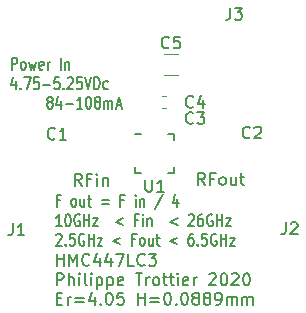
<source format=gbr>
%TF.GenerationSoftware,KiCad,Pcbnew,5.1.7*%
%TF.CreationDate,2020-12-16T02:54:48+00:00*%
%TF.ProjectId,HMC447LC3,484d4334-3437-44c4-9333-2e6b69636164,rev?*%
%TF.SameCoordinates,Original*%
%TF.FileFunction,Legend,Top*%
%TF.FilePolarity,Positive*%
%FSLAX46Y46*%
G04 Gerber Fmt 4.6, Leading zero omitted, Abs format (unit mm)*
G04 Created by KiCad (PCBNEW 5.1.7) date 2020-12-16 02:54:48*
%MOMM*%
%LPD*%
G01*
G04 APERTURE LIST*
%ADD10C,0.150000*%
%ADD11C,0.120000*%
G04 APERTURE END LIST*
D10*
X141979642Y-97453571D02*
X141712976Y-97453571D01*
X141712976Y-97977380D02*
X141712976Y-96977380D01*
X142093928Y-96977380D01*
X143122500Y-97977380D02*
X143046309Y-97929761D01*
X143008214Y-97882142D01*
X142970119Y-97786904D01*
X142970119Y-97501190D01*
X143008214Y-97405952D01*
X143046309Y-97358333D01*
X143122500Y-97310714D01*
X143236785Y-97310714D01*
X143312976Y-97358333D01*
X143351071Y-97405952D01*
X143389166Y-97501190D01*
X143389166Y-97786904D01*
X143351071Y-97882142D01*
X143312976Y-97929761D01*
X143236785Y-97977380D01*
X143122500Y-97977380D01*
X144074880Y-97310714D02*
X144074880Y-97977380D01*
X143732023Y-97310714D02*
X143732023Y-97834523D01*
X143770119Y-97929761D01*
X143846309Y-97977380D01*
X143960595Y-97977380D01*
X144036785Y-97929761D01*
X144074880Y-97882142D01*
X144341547Y-97310714D02*
X144646309Y-97310714D01*
X144455833Y-96977380D02*
X144455833Y-97834523D01*
X144493928Y-97929761D01*
X144570119Y-97977380D01*
X144646309Y-97977380D01*
X145522500Y-97453571D02*
X146132023Y-97453571D01*
X146132023Y-97739285D02*
X145522500Y-97739285D01*
X147389166Y-97453571D02*
X147122500Y-97453571D01*
X147122500Y-97977380D02*
X147122500Y-96977380D01*
X147503452Y-96977380D01*
X148417738Y-97977380D02*
X148417738Y-97310714D01*
X148417738Y-96977380D02*
X148379642Y-97025000D01*
X148417738Y-97072619D01*
X148455833Y-97025000D01*
X148417738Y-96977380D01*
X148417738Y-97072619D01*
X148798690Y-97310714D02*
X148798690Y-97977380D01*
X148798690Y-97405952D02*
X148836785Y-97358333D01*
X148912976Y-97310714D01*
X149027261Y-97310714D01*
X149103452Y-97358333D01*
X149141547Y-97453571D01*
X149141547Y-97977380D01*
X150703452Y-96929761D02*
X150017738Y-98215476D01*
X151922500Y-97310714D02*
X151922500Y-97977380D01*
X151732023Y-96929761D02*
X151541547Y-97644047D01*
X152036785Y-97644047D01*
X142132023Y-99627380D02*
X141674880Y-99627380D01*
X141903452Y-99627380D02*
X141903452Y-98627380D01*
X141827261Y-98770238D01*
X141751071Y-98865476D01*
X141674880Y-98913095D01*
X142627261Y-98627380D02*
X142703452Y-98627380D01*
X142779642Y-98675000D01*
X142817738Y-98722619D01*
X142855833Y-98817857D01*
X142893928Y-99008333D01*
X142893928Y-99246428D01*
X142855833Y-99436904D01*
X142817738Y-99532142D01*
X142779642Y-99579761D01*
X142703452Y-99627380D01*
X142627261Y-99627380D01*
X142551071Y-99579761D01*
X142512976Y-99532142D01*
X142474880Y-99436904D01*
X142436785Y-99246428D01*
X142436785Y-99008333D01*
X142474880Y-98817857D01*
X142512976Y-98722619D01*
X142551071Y-98675000D01*
X142627261Y-98627380D01*
X143655833Y-98675000D02*
X143579642Y-98627380D01*
X143465357Y-98627380D01*
X143351071Y-98675000D01*
X143274880Y-98770238D01*
X143236785Y-98865476D01*
X143198690Y-99055952D01*
X143198690Y-99198809D01*
X143236785Y-99389285D01*
X143274880Y-99484523D01*
X143351071Y-99579761D01*
X143465357Y-99627380D01*
X143541547Y-99627380D01*
X143655833Y-99579761D01*
X143693928Y-99532142D01*
X143693928Y-99198809D01*
X143541547Y-99198809D01*
X144036785Y-99627380D02*
X144036785Y-98627380D01*
X144036785Y-99103571D02*
X144493928Y-99103571D01*
X144493928Y-99627380D02*
X144493928Y-98627380D01*
X144798690Y-98960714D02*
X145217738Y-98960714D01*
X144798690Y-99627380D01*
X145217738Y-99627380D01*
X147351071Y-98960714D02*
X146741547Y-99246428D01*
X147351071Y-99532142D01*
X148608214Y-99103571D02*
X148341547Y-99103571D01*
X148341547Y-99627380D02*
X148341547Y-98627380D01*
X148722500Y-98627380D01*
X149027261Y-99627380D02*
X149027261Y-98960714D01*
X149027261Y-98627380D02*
X148989166Y-98675000D01*
X149027261Y-98722619D01*
X149065357Y-98675000D01*
X149027261Y-98627380D01*
X149027261Y-98722619D01*
X149408214Y-98960714D02*
X149408214Y-99627380D01*
X149408214Y-99055952D02*
X149446309Y-99008333D01*
X149522500Y-98960714D01*
X149636785Y-98960714D01*
X149712976Y-99008333D01*
X149751071Y-99103571D01*
X149751071Y-99627380D01*
X151960595Y-98960714D02*
X151351071Y-99246428D01*
X151960595Y-99532142D01*
X152912976Y-98722619D02*
X152951071Y-98675000D01*
X153027261Y-98627380D01*
X153217738Y-98627380D01*
X153293928Y-98675000D01*
X153332023Y-98722619D01*
X153370119Y-98817857D01*
X153370119Y-98913095D01*
X153332023Y-99055952D01*
X152874880Y-99627380D01*
X153370119Y-99627380D01*
X154055833Y-98627380D02*
X153903452Y-98627380D01*
X153827261Y-98675000D01*
X153789166Y-98722619D01*
X153712976Y-98865476D01*
X153674880Y-99055952D01*
X153674880Y-99436904D01*
X153712976Y-99532142D01*
X153751071Y-99579761D01*
X153827261Y-99627380D01*
X153979642Y-99627380D01*
X154055833Y-99579761D01*
X154093928Y-99532142D01*
X154132023Y-99436904D01*
X154132023Y-99198809D01*
X154093928Y-99103571D01*
X154055833Y-99055952D01*
X153979642Y-99008333D01*
X153827261Y-99008333D01*
X153751071Y-99055952D01*
X153712976Y-99103571D01*
X153674880Y-99198809D01*
X154893928Y-98675000D02*
X154817738Y-98627380D01*
X154703452Y-98627380D01*
X154589166Y-98675000D01*
X154512976Y-98770238D01*
X154474880Y-98865476D01*
X154436785Y-99055952D01*
X154436785Y-99198809D01*
X154474880Y-99389285D01*
X154512976Y-99484523D01*
X154589166Y-99579761D01*
X154703452Y-99627380D01*
X154779642Y-99627380D01*
X154893928Y-99579761D01*
X154932023Y-99532142D01*
X154932023Y-99198809D01*
X154779642Y-99198809D01*
X155274880Y-99627380D02*
X155274880Y-98627380D01*
X155274880Y-99103571D02*
X155732023Y-99103571D01*
X155732023Y-99627380D02*
X155732023Y-98627380D01*
X156036785Y-98960714D02*
X156455833Y-98960714D01*
X156036785Y-99627380D01*
X156455833Y-99627380D01*
X141674880Y-100372619D02*
X141712976Y-100325000D01*
X141789166Y-100277380D01*
X141979642Y-100277380D01*
X142055833Y-100325000D01*
X142093928Y-100372619D01*
X142132023Y-100467857D01*
X142132023Y-100563095D01*
X142093928Y-100705952D01*
X141636785Y-101277380D01*
X142132023Y-101277380D01*
X142474880Y-101182142D02*
X142512976Y-101229761D01*
X142474880Y-101277380D01*
X142436785Y-101229761D01*
X142474880Y-101182142D01*
X142474880Y-101277380D01*
X143236785Y-100277380D02*
X142855833Y-100277380D01*
X142817738Y-100753571D01*
X142855833Y-100705952D01*
X142932023Y-100658333D01*
X143122500Y-100658333D01*
X143198690Y-100705952D01*
X143236785Y-100753571D01*
X143274880Y-100848809D01*
X143274880Y-101086904D01*
X143236785Y-101182142D01*
X143198690Y-101229761D01*
X143122500Y-101277380D01*
X142932023Y-101277380D01*
X142855833Y-101229761D01*
X142817738Y-101182142D01*
X144036785Y-100325000D02*
X143960595Y-100277380D01*
X143846309Y-100277380D01*
X143732023Y-100325000D01*
X143655833Y-100420238D01*
X143617738Y-100515476D01*
X143579642Y-100705952D01*
X143579642Y-100848809D01*
X143617738Y-101039285D01*
X143655833Y-101134523D01*
X143732023Y-101229761D01*
X143846309Y-101277380D01*
X143922500Y-101277380D01*
X144036785Y-101229761D01*
X144074880Y-101182142D01*
X144074880Y-100848809D01*
X143922500Y-100848809D01*
X144417738Y-101277380D02*
X144417738Y-100277380D01*
X144417738Y-100753571D02*
X144874880Y-100753571D01*
X144874880Y-101277380D02*
X144874880Y-100277380D01*
X145179642Y-100610714D02*
X145598690Y-100610714D01*
X145179642Y-101277380D01*
X145598690Y-101277380D01*
X147122500Y-100610714D02*
X146512976Y-100896428D01*
X147122500Y-101182142D01*
X148379642Y-100753571D02*
X148112976Y-100753571D01*
X148112976Y-101277380D02*
X148112976Y-100277380D01*
X148493928Y-100277380D01*
X148912976Y-101277380D02*
X148836785Y-101229761D01*
X148798690Y-101182142D01*
X148760595Y-101086904D01*
X148760595Y-100801190D01*
X148798690Y-100705952D01*
X148836785Y-100658333D01*
X148912976Y-100610714D01*
X149027261Y-100610714D01*
X149103452Y-100658333D01*
X149141547Y-100705952D01*
X149179642Y-100801190D01*
X149179642Y-101086904D01*
X149141547Y-101182142D01*
X149103452Y-101229761D01*
X149027261Y-101277380D01*
X148912976Y-101277380D01*
X149865357Y-100610714D02*
X149865357Y-101277380D01*
X149522500Y-100610714D02*
X149522500Y-101134523D01*
X149560595Y-101229761D01*
X149636785Y-101277380D01*
X149751071Y-101277380D01*
X149827261Y-101229761D01*
X149865357Y-101182142D01*
X150132023Y-100610714D02*
X150436785Y-100610714D01*
X150246309Y-100277380D02*
X150246309Y-101134523D01*
X150284404Y-101229761D01*
X150360595Y-101277380D01*
X150436785Y-101277380D01*
X151922500Y-100610714D02*
X151312976Y-100896428D01*
X151922500Y-101182142D01*
X153255833Y-100277380D02*
X153103452Y-100277380D01*
X153027261Y-100325000D01*
X152989166Y-100372619D01*
X152912976Y-100515476D01*
X152874880Y-100705952D01*
X152874880Y-101086904D01*
X152912976Y-101182142D01*
X152951071Y-101229761D01*
X153027261Y-101277380D01*
X153179642Y-101277380D01*
X153255833Y-101229761D01*
X153293928Y-101182142D01*
X153332023Y-101086904D01*
X153332023Y-100848809D01*
X153293928Y-100753571D01*
X153255833Y-100705952D01*
X153179642Y-100658333D01*
X153027261Y-100658333D01*
X152951071Y-100705952D01*
X152912976Y-100753571D01*
X152874880Y-100848809D01*
X153674880Y-101182142D02*
X153712976Y-101229761D01*
X153674880Y-101277380D01*
X153636785Y-101229761D01*
X153674880Y-101182142D01*
X153674880Y-101277380D01*
X154436785Y-100277380D02*
X154055833Y-100277380D01*
X154017738Y-100753571D01*
X154055833Y-100705952D01*
X154132023Y-100658333D01*
X154322500Y-100658333D01*
X154398690Y-100705952D01*
X154436785Y-100753571D01*
X154474880Y-100848809D01*
X154474880Y-101086904D01*
X154436785Y-101182142D01*
X154398690Y-101229761D01*
X154322500Y-101277380D01*
X154132023Y-101277380D01*
X154055833Y-101229761D01*
X154017738Y-101182142D01*
X155236785Y-100325000D02*
X155160595Y-100277380D01*
X155046309Y-100277380D01*
X154932023Y-100325000D01*
X154855833Y-100420238D01*
X154817738Y-100515476D01*
X154779642Y-100705952D01*
X154779642Y-100848809D01*
X154817738Y-101039285D01*
X154855833Y-101134523D01*
X154932023Y-101229761D01*
X155046309Y-101277380D01*
X155122500Y-101277380D01*
X155236785Y-101229761D01*
X155274880Y-101182142D01*
X155274880Y-100848809D01*
X155122500Y-100848809D01*
X155617738Y-101277380D02*
X155617738Y-100277380D01*
X155617738Y-100753571D02*
X156074880Y-100753571D01*
X156074880Y-101277380D02*
X156074880Y-100277380D01*
X156379642Y-100610714D02*
X156798690Y-100610714D01*
X156379642Y-101277380D01*
X156798690Y-101277380D01*
X137912976Y-86377380D02*
X137912976Y-85377380D01*
X138217738Y-85377380D01*
X138293928Y-85425000D01*
X138332023Y-85472619D01*
X138370119Y-85567857D01*
X138370119Y-85710714D01*
X138332023Y-85805952D01*
X138293928Y-85853571D01*
X138217738Y-85901190D01*
X137912976Y-85901190D01*
X138827261Y-86377380D02*
X138751071Y-86329761D01*
X138712976Y-86282142D01*
X138674880Y-86186904D01*
X138674880Y-85901190D01*
X138712976Y-85805952D01*
X138751071Y-85758333D01*
X138827261Y-85710714D01*
X138941547Y-85710714D01*
X139017738Y-85758333D01*
X139055833Y-85805952D01*
X139093928Y-85901190D01*
X139093928Y-86186904D01*
X139055833Y-86282142D01*
X139017738Y-86329761D01*
X138941547Y-86377380D01*
X138827261Y-86377380D01*
X139360595Y-85710714D02*
X139512976Y-86377380D01*
X139665357Y-85901190D01*
X139817738Y-86377380D01*
X139970119Y-85710714D01*
X140579642Y-86329761D02*
X140503452Y-86377380D01*
X140351071Y-86377380D01*
X140274880Y-86329761D01*
X140236785Y-86234523D01*
X140236785Y-85853571D01*
X140274880Y-85758333D01*
X140351071Y-85710714D01*
X140503452Y-85710714D01*
X140579642Y-85758333D01*
X140617738Y-85853571D01*
X140617738Y-85948809D01*
X140236785Y-86044047D01*
X140960595Y-86377380D02*
X140960595Y-85710714D01*
X140960595Y-85901190D02*
X140998690Y-85805952D01*
X141036785Y-85758333D01*
X141112976Y-85710714D01*
X141189166Y-85710714D01*
X142065357Y-86377380D02*
X142065357Y-85377380D01*
X142446309Y-85710714D02*
X142446309Y-86377380D01*
X142446309Y-85805952D02*
X142484404Y-85758333D01*
X142560595Y-85710714D01*
X142674880Y-85710714D01*
X142751071Y-85758333D01*
X142789166Y-85853571D01*
X142789166Y-86377380D01*
X138255833Y-87360714D02*
X138255833Y-88027380D01*
X138065357Y-86979761D02*
X137874880Y-87694047D01*
X138370119Y-87694047D01*
X138674880Y-87932142D02*
X138712976Y-87979761D01*
X138674880Y-88027380D01*
X138636785Y-87979761D01*
X138674880Y-87932142D01*
X138674880Y-88027380D01*
X138979642Y-87027380D02*
X139512976Y-87027380D01*
X139170119Y-88027380D01*
X140198690Y-87027380D02*
X139817738Y-87027380D01*
X139779642Y-87503571D01*
X139817738Y-87455952D01*
X139893928Y-87408333D01*
X140084404Y-87408333D01*
X140160595Y-87455952D01*
X140198690Y-87503571D01*
X140236785Y-87598809D01*
X140236785Y-87836904D01*
X140198690Y-87932142D01*
X140160595Y-87979761D01*
X140084404Y-88027380D01*
X139893928Y-88027380D01*
X139817738Y-87979761D01*
X139779642Y-87932142D01*
X140579642Y-87646428D02*
X141189166Y-87646428D01*
X141951071Y-87027380D02*
X141570119Y-87027380D01*
X141532023Y-87503571D01*
X141570119Y-87455952D01*
X141646309Y-87408333D01*
X141836785Y-87408333D01*
X141912976Y-87455952D01*
X141951071Y-87503571D01*
X141989166Y-87598809D01*
X141989166Y-87836904D01*
X141951071Y-87932142D01*
X141912976Y-87979761D01*
X141836785Y-88027380D01*
X141646309Y-88027380D01*
X141570119Y-87979761D01*
X141532023Y-87932142D01*
X142332023Y-87932142D02*
X142370119Y-87979761D01*
X142332023Y-88027380D01*
X142293928Y-87979761D01*
X142332023Y-87932142D01*
X142332023Y-88027380D01*
X142674880Y-87122619D02*
X142712976Y-87075000D01*
X142789166Y-87027380D01*
X142979642Y-87027380D01*
X143055833Y-87075000D01*
X143093928Y-87122619D01*
X143132023Y-87217857D01*
X143132023Y-87313095D01*
X143093928Y-87455952D01*
X142636785Y-88027380D01*
X143132023Y-88027380D01*
X143855833Y-87027380D02*
X143474880Y-87027380D01*
X143436785Y-87503571D01*
X143474880Y-87455952D01*
X143551071Y-87408333D01*
X143741547Y-87408333D01*
X143817738Y-87455952D01*
X143855833Y-87503571D01*
X143893928Y-87598809D01*
X143893928Y-87836904D01*
X143855833Y-87932142D01*
X143817738Y-87979761D01*
X143741547Y-88027380D01*
X143551071Y-88027380D01*
X143474880Y-87979761D01*
X143436785Y-87932142D01*
X144122500Y-87027380D02*
X144389166Y-88027380D01*
X144655833Y-87027380D01*
X144922500Y-88027380D02*
X144922500Y-87027380D01*
X145112976Y-87027380D01*
X145227261Y-87075000D01*
X145303452Y-87170238D01*
X145341547Y-87265476D01*
X145379642Y-87455952D01*
X145379642Y-87598809D01*
X145341547Y-87789285D01*
X145303452Y-87884523D01*
X145227261Y-87979761D01*
X145112976Y-88027380D01*
X144922500Y-88027380D01*
X146065357Y-87979761D02*
X145989166Y-88027380D01*
X145836785Y-88027380D01*
X145760595Y-87979761D01*
X145722500Y-87932142D01*
X145684404Y-87836904D01*
X145684404Y-87551190D01*
X145722500Y-87455952D01*
X145760595Y-87408333D01*
X145836785Y-87360714D01*
X145989166Y-87360714D01*
X146065357Y-87408333D01*
X141074880Y-89105952D02*
X140998690Y-89058333D01*
X140960595Y-89010714D01*
X140922500Y-88915476D01*
X140922500Y-88867857D01*
X140960595Y-88772619D01*
X140998690Y-88725000D01*
X141074880Y-88677380D01*
X141227261Y-88677380D01*
X141303452Y-88725000D01*
X141341547Y-88772619D01*
X141379642Y-88867857D01*
X141379642Y-88915476D01*
X141341547Y-89010714D01*
X141303452Y-89058333D01*
X141227261Y-89105952D01*
X141074880Y-89105952D01*
X140998690Y-89153571D01*
X140960595Y-89201190D01*
X140922500Y-89296428D01*
X140922500Y-89486904D01*
X140960595Y-89582142D01*
X140998690Y-89629761D01*
X141074880Y-89677380D01*
X141227261Y-89677380D01*
X141303452Y-89629761D01*
X141341547Y-89582142D01*
X141379642Y-89486904D01*
X141379642Y-89296428D01*
X141341547Y-89201190D01*
X141303452Y-89153571D01*
X141227261Y-89105952D01*
X142065357Y-89010714D02*
X142065357Y-89677380D01*
X141874880Y-88629761D02*
X141684404Y-89344047D01*
X142179642Y-89344047D01*
X142484404Y-89296428D02*
X143093928Y-89296428D01*
X143893928Y-89677380D02*
X143436785Y-89677380D01*
X143665357Y-89677380D02*
X143665357Y-88677380D01*
X143589166Y-88820238D01*
X143512976Y-88915476D01*
X143436785Y-88963095D01*
X144389166Y-88677380D02*
X144465357Y-88677380D01*
X144541547Y-88725000D01*
X144579642Y-88772619D01*
X144617738Y-88867857D01*
X144655833Y-89058333D01*
X144655833Y-89296428D01*
X144617738Y-89486904D01*
X144579642Y-89582142D01*
X144541547Y-89629761D01*
X144465357Y-89677380D01*
X144389166Y-89677380D01*
X144312976Y-89629761D01*
X144274880Y-89582142D01*
X144236785Y-89486904D01*
X144198690Y-89296428D01*
X144198690Y-89058333D01*
X144236785Y-88867857D01*
X144274880Y-88772619D01*
X144312976Y-88725000D01*
X144389166Y-88677380D01*
X145112976Y-89105952D02*
X145036785Y-89058333D01*
X144998690Y-89010714D01*
X144960595Y-88915476D01*
X144960595Y-88867857D01*
X144998690Y-88772619D01*
X145036785Y-88725000D01*
X145112976Y-88677380D01*
X145265357Y-88677380D01*
X145341547Y-88725000D01*
X145379642Y-88772619D01*
X145417738Y-88867857D01*
X145417738Y-88915476D01*
X145379642Y-89010714D01*
X145341547Y-89058333D01*
X145265357Y-89105952D01*
X145112976Y-89105952D01*
X145036785Y-89153571D01*
X144998690Y-89201190D01*
X144960595Y-89296428D01*
X144960595Y-89486904D01*
X144998690Y-89582142D01*
X145036785Y-89629761D01*
X145112976Y-89677380D01*
X145265357Y-89677380D01*
X145341547Y-89629761D01*
X145379642Y-89582142D01*
X145417738Y-89486904D01*
X145417738Y-89296428D01*
X145379642Y-89201190D01*
X145341547Y-89153571D01*
X145265357Y-89105952D01*
X145760595Y-89677380D02*
X145760595Y-89010714D01*
X145760595Y-89105952D02*
X145798690Y-89058333D01*
X145874880Y-89010714D01*
X145989166Y-89010714D01*
X146065357Y-89058333D01*
X146103452Y-89153571D01*
X146103452Y-89677380D01*
X146103452Y-89153571D02*
X146141547Y-89058333D01*
X146217738Y-89010714D01*
X146332023Y-89010714D01*
X146408214Y-89058333D01*
X146446309Y-89153571D01*
X146446309Y-89677380D01*
X146789166Y-89391666D02*
X147170119Y-89391666D01*
X146712976Y-89677380D02*
X146979642Y-88677380D01*
X147246309Y-89677380D01*
X154265476Y-96152380D02*
X153932142Y-95676190D01*
X153694047Y-96152380D02*
X153694047Y-95152380D01*
X154075000Y-95152380D01*
X154170238Y-95200000D01*
X154217857Y-95247619D01*
X154265476Y-95342857D01*
X154265476Y-95485714D01*
X154217857Y-95580952D01*
X154170238Y-95628571D01*
X154075000Y-95676190D01*
X153694047Y-95676190D01*
X155027380Y-95628571D02*
X154694047Y-95628571D01*
X154694047Y-96152380D02*
X154694047Y-95152380D01*
X155170238Y-95152380D01*
X155694047Y-96152380D02*
X155598809Y-96104761D01*
X155551190Y-96057142D01*
X155503571Y-95961904D01*
X155503571Y-95676190D01*
X155551190Y-95580952D01*
X155598809Y-95533333D01*
X155694047Y-95485714D01*
X155836904Y-95485714D01*
X155932142Y-95533333D01*
X155979761Y-95580952D01*
X156027380Y-95676190D01*
X156027380Y-95961904D01*
X155979761Y-96057142D01*
X155932142Y-96104761D01*
X155836904Y-96152380D01*
X155694047Y-96152380D01*
X156884523Y-95485714D02*
X156884523Y-96152380D01*
X156455952Y-95485714D02*
X156455952Y-96009523D01*
X156503571Y-96104761D01*
X156598809Y-96152380D01*
X156741666Y-96152380D01*
X156836904Y-96104761D01*
X156884523Y-96057142D01*
X157217857Y-95485714D02*
X157598809Y-95485714D01*
X157360714Y-95152380D02*
X157360714Y-96009523D01*
X157408333Y-96104761D01*
X157503571Y-96152380D01*
X157598809Y-96152380D01*
X143840476Y-96202380D02*
X143507142Y-95726190D01*
X143269047Y-96202380D02*
X143269047Y-95202380D01*
X143650000Y-95202380D01*
X143745238Y-95250000D01*
X143792857Y-95297619D01*
X143840476Y-95392857D01*
X143840476Y-95535714D01*
X143792857Y-95630952D01*
X143745238Y-95678571D01*
X143650000Y-95726190D01*
X143269047Y-95726190D01*
X144602380Y-95678571D02*
X144269047Y-95678571D01*
X144269047Y-96202380D02*
X144269047Y-95202380D01*
X144745238Y-95202380D01*
X145126190Y-96202380D02*
X145126190Y-95535714D01*
X145126190Y-95202380D02*
X145078571Y-95250000D01*
X145126190Y-95297619D01*
X145173809Y-95250000D01*
X145126190Y-95202380D01*
X145126190Y-95297619D01*
X145602380Y-95535714D02*
X145602380Y-96202380D01*
X145602380Y-95630952D02*
X145650000Y-95583333D01*
X145745238Y-95535714D01*
X145888095Y-95535714D01*
X145983333Y-95583333D01*
X146030952Y-95678571D01*
X146030952Y-96202380D01*
X141735595Y-102977380D02*
X141735595Y-101977380D01*
X141735595Y-102453571D02*
X142307023Y-102453571D01*
X142307023Y-102977380D02*
X142307023Y-101977380D01*
X142783214Y-102977380D02*
X142783214Y-101977380D01*
X143116547Y-102691666D01*
X143449880Y-101977380D01*
X143449880Y-102977380D01*
X144497500Y-102882142D02*
X144449880Y-102929761D01*
X144307023Y-102977380D01*
X144211785Y-102977380D01*
X144068928Y-102929761D01*
X143973690Y-102834523D01*
X143926071Y-102739285D01*
X143878452Y-102548809D01*
X143878452Y-102405952D01*
X143926071Y-102215476D01*
X143973690Y-102120238D01*
X144068928Y-102025000D01*
X144211785Y-101977380D01*
X144307023Y-101977380D01*
X144449880Y-102025000D01*
X144497500Y-102072619D01*
X145354642Y-102310714D02*
X145354642Y-102977380D01*
X145116547Y-101929761D02*
X144878452Y-102644047D01*
X145497500Y-102644047D01*
X146307023Y-102310714D02*
X146307023Y-102977380D01*
X146068928Y-101929761D02*
X145830833Y-102644047D01*
X146449880Y-102644047D01*
X146735595Y-101977380D02*
X147402261Y-101977380D01*
X146973690Y-102977380D01*
X148259404Y-102977380D02*
X147783214Y-102977380D01*
X147783214Y-101977380D01*
X149164166Y-102882142D02*
X149116547Y-102929761D01*
X148973690Y-102977380D01*
X148878452Y-102977380D01*
X148735595Y-102929761D01*
X148640357Y-102834523D01*
X148592738Y-102739285D01*
X148545119Y-102548809D01*
X148545119Y-102405952D01*
X148592738Y-102215476D01*
X148640357Y-102120238D01*
X148735595Y-102025000D01*
X148878452Y-101977380D01*
X148973690Y-101977380D01*
X149116547Y-102025000D01*
X149164166Y-102072619D01*
X149497500Y-101977380D02*
X150116547Y-101977380D01*
X149783214Y-102358333D01*
X149926071Y-102358333D01*
X150021309Y-102405952D01*
X150068928Y-102453571D01*
X150116547Y-102548809D01*
X150116547Y-102786904D01*
X150068928Y-102882142D01*
X150021309Y-102929761D01*
X149926071Y-102977380D01*
X149640357Y-102977380D01*
X149545119Y-102929761D01*
X149497500Y-102882142D01*
X141735595Y-104627380D02*
X141735595Y-103627380D01*
X142116547Y-103627380D01*
X142211785Y-103675000D01*
X142259404Y-103722619D01*
X142307023Y-103817857D01*
X142307023Y-103960714D01*
X142259404Y-104055952D01*
X142211785Y-104103571D01*
X142116547Y-104151190D01*
X141735595Y-104151190D01*
X142735595Y-104627380D02*
X142735595Y-103627380D01*
X143164166Y-104627380D02*
X143164166Y-104103571D01*
X143116547Y-104008333D01*
X143021309Y-103960714D01*
X142878452Y-103960714D01*
X142783214Y-104008333D01*
X142735595Y-104055952D01*
X143640357Y-104627380D02*
X143640357Y-103960714D01*
X143640357Y-103627380D02*
X143592738Y-103675000D01*
X143640357Y-103722619D01*
X143687976Y-103675000D01*
X143640357Y-103627380D01*
X143640357Y-103722619D01*
X144259404Y-104627380D02*
X144164166Y-104579761D01*
X144116547Y-104484523D01*
X144116547Y-103627380D01*
X144640357Y-104627380D02*
X144640357Y-103960714D01*
X144640357Y-103627380D02*
X144592738Y-103675000D01*
X144640357Y-103722619D01*
X144687976Y-103675000D01*
X144640357Y-103627380D01*
X144640357Y-103722619D01*
X145116547Y-103960714D02*
X145116547Y-104960714D01*
X145116547Y-104008333D02*
X145211785Y-103960714D01*
X145402261Y-103960714D01*
X145497500Y-104008333D01*
X145545119Y-104055952D01*
X145592738Y-104151190D01*
X145592738Y-104436904D01*
X145545119Y-104532142D01*
X145497500Y-104579761D01*
X145402261Y-104627380D01*
X145211785Y-104627380D01*
X145116547Y-104579761D01*
X146021309Y-103960714D02*
X146021309Y-104960714D01*
X146021309Y-104008333D02*
X146116547Y-103960714D01*
X146307023Y-103960714D01*
X146402261Y-104008333D01*
X146449880Y-104055952D01*
X146497500Y-104151190D01*
X146497500Y-104436904D01*
X146449880Y-104532142D01*
X146402261Y-104579761D01*
X146307023Y-104627380D01*
X146116547Y-104627380D01*
X146021309Y-104579761D01*
X147307023Y-104579761D02*
X147211785Y-104627380D01*
X147021309Y-104627380D01*
X146926071Y-104579761D01*
X146878452Y-104484523D01*
X146878452Y-104103571D01*
X146926071Y-104008333D01*
X147021309Y-103960714D01*
X147211785Y-103960714D01*
X147307023Y-104008333D01*
X147354642Y-104103571D01*
X147354642Y-104198809D01*
X146878452Y-104294047D01*
X148402261Y-103627380D02*
X148973690Y-103627380D01*
X148687976Y-104627380D02*
X148687976Y-103627380D01*
X149307023Y-104627380D02*
X149307023Y-103960714D01*
X149307023Y-104151190D02*
X149354642Y-104055952D01*
X149402261Y-104008333D01*
X149497500Y-103960714D01*
X149592738Y-103960714D01*
X150068928Y-104627380D02*
X149973690Y-104579761D01*
X149926071Y-104532142D01*
X149878452Y-104436904D01*
X149878452Y-104151190D01*
X149926071Y-104055952D01*
X149973690Y-104008333D01*
X150068928Y-103960714D01*
X150211785Y-103960714D01*
X150307023Y-104008333D01*
X150354642Y-104055952D01*
X150402261Y-104151190D01*
X150402261Y-104436904D01*
X150354642Y-104532142D01*
X150307023Y-104579761D01*
X150211785Y-104627380D01*
X150068928Y-104627380D01*
X150687976Y-103960714D02*
X151068928Y-103960714D01*
X150830833Y-103627380D02*
X150830833Y-104484523D01*
X150878452Y-104579761D01*
X150973690Y-104627380D01*
X151068928Y-104627380D01*
X151259404Y-103960714D02*
X151640357Y-103960714D01*
X151402261Y-103627380D02*
X151402261Y-104484523D01*
X151449880Y-104579761D01*
X151545119Y-104627380D01*
X151640357Y-104627380D01*
X151973690Y-104627380D02*
X151973690Y-103960714D01*
X151973690Y-103627380D02*
X151926071Y-103675000D01*
X151973690Y-103722619D01*
X152021309Y-103675000D01*
X151973690Y-103627380D01*
X151973690Y-103722619D01*
X152830833Y-104579761D02*
X152735595Y-104627380D01*
X152545119Y-104627380D01*
X152449880Y-104579761D01*
X152402261Y-104484523D01*
X152402261Y-104103571D01*
X152449880Y-104008333D01*
X152545119Y-103960714D01*
X152735595Y-103960714D01*
X152830833Y-104008333D01*
X152878452Y-104103571D01*
X152878452Y-104198809D01*
X152402261Y-104294047D01*
X153307023Y-104627380D02*
X153307023Y-103960714D01*
X153307023Y-104151190D02*
X153354642Y-104055952D01*
X153402261Y-104008333D01*
X153497500Y-103960714D01*
X153592738Y-103960714D01*
X154640357Y-103722619D02*
X154687976Y-103675000D01*
X154783214Y-103627380D01*
X155021309Y-103627380D01*
X155116547Y-103675000D01*
X155164166Y-103722619D01*
X155211785Y-103817857D01*
X155211785Y-103913095D01*
X155164166Y-104055952D01*
X154592738Y-104627380D01*
X155211785Y-104627380D01*
X155830833Y-103627380D02*
X155926071Y-103627380D01*
X156021309Y-103675000D01*
X156068928Y-103722619D01*
X156116547Y-103817857D01*
X156164166Y-104008333D01*
X156164166Y-104246428D01*
X156116547Y-104436904D01*
X156068928Y-104532142D01*
X156021309Y-104579761D01*
X155926071Y-104627380D01*
X155830833Y-104627380D01*
X155735595Y-104579761D01*
X155687976Y-104532142D01*
X155640357Y-104436904D01*
X155592738Y-104246428D01*
X155592738Y-104008333D01*
X155640357Y-103817857D01*
X155687976Y-103722619D01*
X155735595Y-103675000D01*
X155830833Y-103627380D01*
X156545119Y-103722619D02*
X156592738Y-103675000D01*
X156687976Y-103627380D01*
X156926071Y-103627380D01*
X157021309Y-103675000D01*
X157068928Y-103722619D01*
X157116547Y-103817857D01*
X157116547Y-103913095D01*
X157068928Y-104055952D01*
X156497500Y-104627380D01*
X157116547Y-104627380D01*
X157735595Y-103627380D02*
X157830833Y-103627380D01*
X157926071Y-103675000D01*
X157973690Y-103722619D01*
X158021309Y-103817857D01*
X158068928Y-104008333D01*
X158068928Y-104246428D01*
X158021309Y-104436904D01*
X157973690Y-104532142D01*
X157926071Y-104579761D01*
X157830833Y-104627380D01*
X157735595Y-104627380D01*
X157640357Y-104579761D01*
X157592738Y-104532142D01*
X157545119Y-104436904D01*
X157497500Y-104246428D01*
X157497500Y-104008333D01*
X157545119Y-103817857D01*
X157592738Y-103722619D01*
X157640357Y-103675000D01*
X157735595Y-103627380D01*
X141735595Y-105753571D02*
X142068928Y-105753571D01*
X142211785Y-106277380D02*
X141735595Y-106277380D01*
X141735595Y-105277380D01*
X142211785Y-105277380D01*
X142640357Y-106277380D02*
X142640357Y-105610714D01*
X142640357Y-105801190D02*
X142687976Y-105705952D01*
X142735595Y-105658333D01*
X142830833Y-105610714D01*
X142926071Y-105610714D01*
X143259404Y-105753571D02*
X144021309Y-105753571D01*
X144021309Y-106039285D02*
X143259404Y-106039285D01*
X144926071Y-105610714D02*
X144926071Y-106277380D01*
X144687976Y-105229761D02*
X144449880Y-105944047D01*
X145068928Y-105944047D01*
X145449880Y-106182142D02*
X145497500Y-106229761D01*
X145449880Y-106277380D01*
X145402261Y-106229761D01*
X145449880Y-106182142D01*
X145449880Y-106277380D01*
X146116547Y-105277380D02*
X146211785Y-105277380D01*
X146307023Y-105325000D01*
X146354642Y-105372619D01*
X146402261Y-105467857D01*
X146449880Y-105658333D01*
X146449880Y-105896428D01*
X146402261Y-106086904D01*
X146354642Y-106182142D01*
X146307023Y-106229761D01*
X146211785Y-106277380D01*
X146116547Y-106277380D01*
X146021309Y-106229761D01*
X145973690Y-106182142D01*
X145926071Y-106086904D01*
X145878452Y-105896428D01*
X145878452Y-105658333D01*
X145926071Y-105467857D01*
X145973690Y-105372619D01*
X146021309Y-105325000D01*
X146116547Y-105277380D01*
X147354642Y-105277380D02*
X146878452Y-105277380D01*
X146830833Y-105753571D01*
X146878452Y-105705952D01*
X146973690Y-105658333D01*
X147211785Y-105658333D01*
X147307023Y-105705952D01*
X147354642Y-105753571D01*
X147402261Y-105848809D01*
X147402261Y-106086904D01*
X147354642Y-106182142D01*
X147307023Y-106229761D01*
X147211785Y-106277380D01*
X146973690Y-106277380D01*
X146878452Y-106229761D01*
X146830833Y-106182142D01*
X148592738Y-106277380D02*
X148592738Y-105277380D01*
X148592738Y-105753571D02*
X149164166Y-105753571D01*
X149164166Y-106277380D02*
X149164166Y-105277380D01*
X149640357Y-105753571D02*
X150402261Y-105753571D01*
X150402261Y-106039285D02*
X149640357Y-106039285D01*
X151068928Y-105277380D02*
X151164166Y-105277380D01*
X151259404Y-105325000D01*
X151307023Y-105372619D01*
X151354642Y-105467857D01*
X151402261Y-105658333D01*
X151402261Y-105896428D01*
X151354642Y-106086904D01*
X151307023Y-106182142D01*
X151259404Y-106229761D01*
X151164166Y-106277380D01*
X151068928Y-106277380D01*
X150973690Y-106229761D01*
X150926071Y-106182142D01*
X150878452Y-106086904D01*
X150830833Y-105896428D01*
X150830833Y-105658333D01*
X150878452Y-105467857D01*
X150926071Y-105372619D01*
X150973690Y-105325000D01*
X151068928Y-105277380D01*
X151830833Y-106182142D02*
X151878452Y-106229761D01*
X151830833Y-106277380D01*
X151783214Y-106229761D01*
X151830833Y-106182142D01*
X151830833Y-106277380D01*
X152497500Y-105277380D02*
X152592738Y-105277380D01*
X152687976Y-105325000D01*
X152735595Y-105372619D01*
X152783214Y-105467857D01*
X152830833Y-105658333D01*
X152830833Y-105896428D01*
X152783214Y-106086904D01*
X152735595Y-106182142D01*
X152687976Y-106229761D01*
X152592738Y-106277380D01*
X152497500Y-106277380D01*
X152402261Y-106229761D01*
X152354642Y-106182142D01*
X152307023Y-106086904D01*
X152259404Y-105896428D01*
X152259404Y-105658333D01*
X152307023Y-105467857D01*
X152354642Y-105372619D01*
X152402261Y-105325000D01*
X152497500Y-105277380D01*
X153402261Y-105705952D02*
X153307023Y-105658333D01*
X153259404Y-105610714D01*
X153211785Y-105515476D01*
X153211785Y-105467857D01*
X153259404Y-105372619D01*
X153307023Y-105325000D01*
X153402261Y-105277380D01*
X153592738Y-105277380D01*
X153687976Y-105325000D01*
X153735595Y-105372619D01*
X153783214Y-105467857D01*
X153783214Y-105515476D01*
X153735595Y-105610714D01*
X153687976Y-105658333D01*
X153592738Y-105705952D01*
X153402261Y-105705952D01*
X153307023Y-105753571D01*
X153259404Y-105801190D01*
X153211785Y-105896428D01*
X153211785Y-106086904D01*
X153259404Y-106182142D01*
X153307023Y-106229761D01*
X153402261Y-106277380D01*
X153592738Y-106277380D01*
X153687976Y-106229761D01*
X153735595Y-106182142D01*
X153783214Y-106086904D01*
X153783214Y-105896428D01*
X153735595Y-105801190D01*
X153687976Y-105753571D01*
X153592738Y-105705952D01*
X154354642Y-105705952D02*
X154259404Y-105658333D01*
X154211785Y-105610714D01*
X154164166Y-105515476D01*
X154164166Y-105467857D01*
X154211785Y-105372619D01*
X154259404Y-105325000D01*
X154354642Y-105277380D01*
X154545119Y-105277380D01*
X154640357Y-105325000D01*
X154687976Y-105372619D01*
X154735595Y-105467857D01*
X154735595Y-105515476D01*
X154687976Y-105610714D01*
X154640357Y-105658333D01*
X154545119Y-105705952D01*
X154354642Y-105705952D01*
X154259404Y-105753571D01*
X154211785Y-105801190D01*
X154164166Y-105896428D01*
X154164166Y-106086904D01*
X154211785Y-106182142D01*
X154259404Y-106229761D01*
X154354642Y-106277380D01*
X154545119Y-106277380D01*
X154640357Y-106229761D01*
X154687976Y-106182142D01*
X154735595Y-106086904D01*
X154735595Y-105896428D01*
X154687976Y-105801190D01*
X154640357Y-105753571D01*
X154545119Y-105705952D01*
X155211785Y-106277380D02*
X155402261Y-106277380D01*
X155497500Y-106229761D01*
X155545119Y-106182142D01*
X155640357Y-106039285D01*
X155687976Y-105848809D01*
X155687976Y-105467857D01*
X155640357Y-105372619D01*
X155592738Y-105325000D01*
X155497500Y-105277380D01*
X155307023Y-105277380D01*
X155211785Y-105325000D01*
X155164166Y-105372619D01*
X155116547Y-105467857D01*
X155116547Y-105705952D01*
X155164166Y-105801190D01*
X155211785Y-105848809D01*
X155307023Y-105896428D01*
X155497500Y-105896428D01*
X155592738Y-105848809D01*
X155640357Y-105801190D01*
X155687976Y-105705952D01*
X156116547Y-106277380D02*
X156116547Y-105610714D01*
X156116547Y-105705952D02*
X156164166Y-105658333D01*
X156259404Y-105610714D01*
X156402261Y-105610714D01*
X156497500Y-105658333D01*
X156545119Y-105753571D01*
X156545119Y-106277380D01*
X156545119Y-105753571D02*
X156592738Y-105658333D01*
X156687976Y-105610714D01*
X156830833Y-105610714D01*
X156926071Y-105658333D01*
X156973690Y-105753571D01*
X156973690Y-106277380D01*
X157449880Y-106277380D02*
X157449880Y-105610714D01*
X157449880Y-105705952D02*
X157497500Y-105658333D01*
X157592738Y-105610714D01*
X157735595Y-105610714D01*
X157830833Y-105658333D01*
X157878452Y-105753571D01*
X157878452Y-106277380D01*
X157878452Y-105753571D02*
X157926071Y-105658333D01*
X158021309Y-105610714D01*
X158164166Y-105610714D01*
X158259404Y-105658333D01*
X158307023Y-105753571D01*
X158307023Y-106277380D01*
%TO.C,U1*%
X151650000Y-91850000D02*
X151650000Y-92375000D01*
X148350000Y-95150000D02*
X148350000Y-94625000D01*
X151650000Y-95150000D02*
X151650000Y-94625000D01*
X148350000Y-91850000D02*
X148875000Y-91850000D01*
X148350000Y-95150000D02*
X148875000Y-95150000D01*
X151650000Y-95150000D02*
X151125000Y-95150000D01*
X151650000Y-91850000D02*
X151125000Y-91850000D01*
D11*
%TO.C,C4*%
X150624721Y-88640000D02*
X150950279Y-88640000D01*
X150624721Y-89660000D02*
X150950279Y-89660000D01*
%TO.C,C5*%
X150797936Y-86860000D02*
X152002064Y-86860000D01*
X150797936Y-85040000D02*
X152002064Y-85040000D01*
%TO.C,U1*%
D10*
X149238095Y-95702380D02*
X149238095Y-96511904D01*
X149285714Y-96607142D01*
X149333333Y-96654761D01*
X149428571Y-96702380D01*
X149619047Y-96702380D01*
X149714285Y-96654761D01*
X149761904Y-96607142D01*
X149809523Y-96511904D01*
X149809523Y-95702380D01*
X150809523Y-96702380D02*
X150238095Y-96702380D01*
X150523809Y-96702380D02*
X150523809Y-95702380D01*
X150428571Y-95845238D01*
X150333333Y-95940476D01*
X150238095Y-95988095D01*
%TO.C,C3*%
X153283333Y-90882142D02*
X153235714Y-90929761D01*
X153092857Y-90977380D01*
X152997619Y-90977380D01*
X152854761Y-90929761D01*
X152759523Y-90834523D01*
X152711904Y-90739285D01*
X152664285Y-90548809D01*
X152664285Y-90405952D01*
X152711904Y-90215476D01*
X152759523Y-90120238D01*
X152854761Y-90025000D01*
X152997619Y-89977380D01*
X153092857Y-89977380D01*
X153235714Y-90025000D01*
X153283333Y-90072619D01*
X153616666Y-89977380D02*
X154235714Y-89977380D01*
X153902380Y-90358333D01*
X154045238Y-90358333D01*
X154140476Y-90405952D01*
X154188095Y-90453571D01*
X154235714Y-90548809D01*
X154235714Y-90786904D01*
X154188095Y-90882142D01*
X154140476Y-90929761D01*
X154045238Y-90977380D01*
X153759523Y-90977380D01*
X153664285Y-90929761D01*
X153616666Y-90882142D01*
%TO.C,J1*%
X137996666Y-99402380D02*
X137996666Y-100116666D01*
X137949047Y-100259523D01*
X137853809Y-100354761D01*
X137710952Y-100402380D01*
X137615714Y-100402380D01*
X138996666Y-100402380D02*
X138425238Y-100402380D01*
X138710952Y-100402380D02*
X138710952Y-99402380D01*
X138615714Y-99545238D01*
X138520476Y-99640476D01*
X138425238Y-99688095D01*
%TO.C,J2*%
X161126666Y-99312380D02*
X161126666Y-100026666D01*
X161079047Y-100169523D01*
X160983809Y-100264761D01*
X160840952Y-100312380D01*
X160745714Y-100312380D01*
X161555238Y-99407619D02*
X161602857Y-99360000D01*
X161698095Y-99312380D01*
X161936190Y-99312380D01*
X162031428Y-99360000D01*
X162079047Y-99407619D01*
X162126666Y-99502857D01*
X162126666Y-99598095D01*
X162079047Y-99740952D01*
X161507619Y-100312380D01*
X162126666Y-100312380D01*
%TO.C,J3*%
X156416666Y-81152380D02*
X156416666Y-81866666D01*
X156369047Y-82009523D01*
X156273809Y-82104761D01*
X156130952Y-82152380D01*
X156035714Y-82152380D01*
X156797619Y-81152380D02*
X157416666Y-81152380D01*
X157083333Y-81533333D01*
X157226190Y-81533333D01*
X157321428Y-81580952D01*
X157369047Y-81628571D01*
X157416666Y-81723809D01*
X157416666Y-81961904D01*
X157369047Y-82057142D01*
X157321428Y-82104761D01*
X157226190Y-82152380D01*
X156940476Y-82152380D01*
X156845238Y-82104761D01*
X156797619Y-82057142D01*
%TO.C,C2*%
X158083333Y-92107142D02*
X158035714Y-92154761D01*
X157892857Y-92202380D01*
X157797619Y-92202380D01*
X157654761Y-92154761D01*
X157559523Y-92059523D01*
X157511904Y-91964285D01*
X157464285Y-91773809D01*
X157464285Y-91630952D01*
X157511904Y-91440476D01*
X157559523Y-91345238D01*
X157654761Y-91250000D01*
X157797619Y-91202380D01*
X157892857Y-91202380D01*
X158035714Y-91250000D01*
X158083333Y-91297619D01*
X158464285Y-91297619D02*
X158511904Y-91250000D01*
X158607142Y-91202380D01*
X158845238Y-91202380D01*
X158940476Y-91250000D01*
X158988095Y-91297619D01*
X159035714Y-91392857D01*
X159035714Y-91488095D01*
X158988095Y-91630952D01*
X158416666Y-92202380D01*
X159035714Y-92202380D01*
%TO.C,C1*%
X141583333Y-92207142D02*
X141535714Y-92254761D01*
X141392857Y-92302380D01*
X141297619Y-92302380D01*
X141154761Y-92254761D01*
X141059523Y-92159523D01*
X141011904Y-92064285D01*
X140964285Y-91873809D01*
X140964285Y-91730952D01*
X141011904Y-91540476D01*
X141059523Y-91445238D01*
X141154761Y-91350000D01*
X141297619Y-91302380D01*
X141392857Y-91302380D01*
X141535714Y-91350000D01*
X141583333Y-91397619D01*
X142535714Y-92302380D02*
X141964285Y-92302380D01*
X142250000Y-92302380D02*
X142250000Y-91302380D01*
X142154761Y-91445238D01*
X142059523Y-91540476D01*
X141964285Y-91588095D01*
%TO.C,C4*%
X153283333Y-89507142D02*
X153235714Y-89554761D01*
X153092857Y-89602380D01*
X152997619Y-89602380D01*
X152854761Y-89554761D01*
X152759523Y-89459523D01*
X152711904Y-89364285D01*
X152664285Y-89173809D01*
X152664285Y-89030952D01*
X152711904Y-88840476D01*
X152759523Y-88745238D01*
X152854761Y-88650000D01*
X152997619Y-88602380D01*
X153092857Y-88602380D01*
X153235714Y-88650000D01*
X153283333Y-88697619D01*
X154140476Y-88935714D02*
X154140476Y-89602380D01*
X153902380Y-88554761D02*
X153664285Y-89269047D01*
X154283333Y-89269047D01*
%TO.C,C5*%
X151233333Y-84487142D02*
X151185714Y-84534761D01*
X151042857Y-84582380D01*
X150947619Y-84582380D01*
X150804761Y-84534761D01*
X150709523Y-84439523D01*
X150661904Y-84344285D01*
X150614285Y-84153809D01*
X150614285Y-84010952D01*
X150661904Y-83820476D01*
X150709523Y-83725238D01*
X150804761Y-83630000D01*
X150947619Y-83582380D01*
X151042857Y-83582380D01*
X151185714Y-83630000D01*
X151233333Y-83677619D01*
X152138095Y-83582380D02*
X151661904Y-83582380D01*
X151614285Y-84058571D01*
X151661904Y-84010952D01*
X151757142Y-83963333D01*
X151995238Y-83963333D01*
X152090476Y-84010952D01*
X152138095Y-84058571D01*
X152185714Y-84153809D01*
X152185714Y-84391904D01*
X152138095Y-84487142D01*
X152090476Y-84534761D01*
X151995238Y-84582380D01*
X151757142Y-84582380D01*
X151661904Y-84534761D01*
X151614285Y-84487142D01*
%TD*%
M02*

</source>
